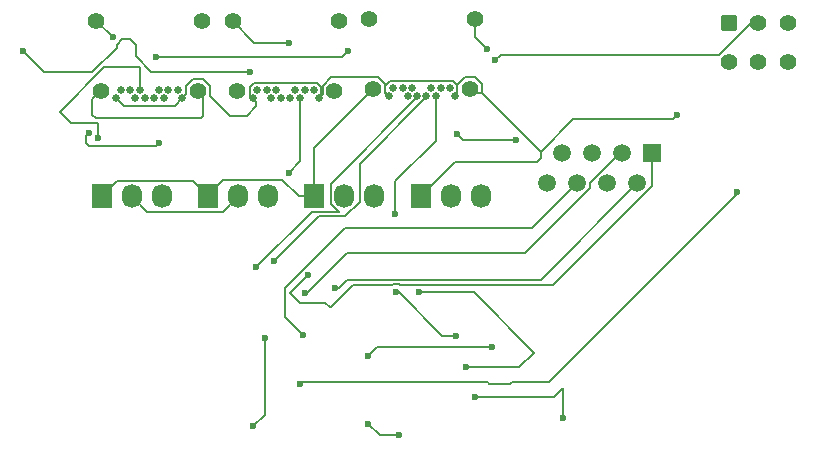
<source format=gbr>
%TF.GenerationSoftware,KiCad,Pcbnew,9.0.2*%
%TF.CreationDate,2025-06-16T16:29:30-05:00*%
%TF.ProjectId,main,6d61696e-2e6b-4696-9361-645f70636258,rev?*%
%TF.SameCoordinates,Original*%
%TF.FileFunction,Copper,L2,Bot*%
%TF.FilePolarity,Positive*%
%FSLAX46Y46*%
G04 Gerber Fmt 4.6, Leading zero omitted, Abs format (unit mm)*
G04 Created by KiCad (PCBNEW 9.0.2) date 2025-06-16 16:29:30*
%MOMM*%
%LPD*%
G01*
G04 APERTURE LIST*
G04 Aperture macros list*
%AMRoundRect*
0 Rectangle with rounded corners*
0 $1 Rounding radius*
0 $2 $3 $4 $5 $6 $7 $8 $9 X,Y pos of 4 corners*
0 Add a 4 corners polygon primitive as box body*
4,1,4,$2,$3,$4,$5,$6,$7,$8,$9,$2,$3,0*
0 Add four circle primitives for the rounded corners*
1,1,$1+$1,$2,$3*
1,1,$1+$1,$4,$5*
1,1,$1+$1,$6,$7*
1,1,$1+$1,$8,$9*
0 Add four rect primitives between the rounded corners*
20,1,$1+$1,$2,$3,$4,$5,0*
20,1,$1+$1,$4,$5,$6,$7,0*
20,1,$1+$1,$6,$7,$8,$9,0*
20,1,$1+$1,$8,$9,$2,$3,0*%
G04 Aperture macros list end*
%TA.AperFunction,HeatsinkPad*%
%ADD10C,0.650000*%
%TD*%
%TA.AperFunction,HeatsinkPad*%
%ADD11C,1.400000*%
%TD*%
%TA.AperFunction,ComponentPad*%
%ADD12R,1.730000X2.030000*%
%TD*%
%TA.AperFunction,ComponentPad*%
%ADD13O,1.730000X2.030000*%
%TD*%
%TA.AperFunction,ComponentPad*%
%ADD14R,1.500000X1.500000*%
%TD*%
%TA.AperFunction,ComponentPad*%
%ADD15C,1.500000*%
%TD*%
%TA.AperFunction,ComponentPad*%
%ADD16RoundRect,0.250000X-0.450000X-0.450000X0.450000X-0.450000X0.450000X0.450000X-0.450000X0.450000X0*%
%TD*%
%TA.AperFunction,ComponentPad*%
%ADD17C,1.400000*%
%TD*%
%TA.AperFunction,ViaPad*%
%ADD18C,0.600000*%
%TD*%
%TA.AperFunction,Conductor*%
%ADD19C,0.200000*%
%TD*%
G04 APERTURE END LIST*
D10*
%TO.P,J1,B1,GND*%
%TO.N,gnd*%
X145210000Y-60550000D03*
%TO.P,J1,B2,TX2+*%
%TO.N,unconnected-(J1-TX2+-PadB2)*%
X145610000Y-59850000D03*
%TO.P,J1,B3,TX2-*%
%TO.N,unconnected-(J1-TX2--PadB3)*%
X146410000Y-59850000D03*
%TO.P,J1,B4,VBUS*%
%TO.N,VBUSUP*%
X146810000Y-60550000D03*
%TO.P,J1,B5,CC2*%
%TO.N,Net-(J1-CC2)*%
X147210000Y-59850000D03*
%TO.P,J1,B6,D+*%
%TO.N,D+UP*%
X147610000Y-60550000D03*
%TO.P,J1,B7,D-*%
%TO.N,D-UP*%
X148410000Y-60550000D03*
%TO.P,J1,B8,SBU2*%
%TO.N,unconnected-(J1-SBU2-PadB8)*%
X148810000Y-59850000D03*
%TO.P,J1,B9,VBUS*%
%TO.N,VBUSUP*%
X149210000Y-60550000D03*
%TO.P,J1,B10,RX1-*%
%TO.N,unconnected-(J1-RX1--PadB10)*%
X149610000Y-59850000D03*
%TO.P,J1,B11,RX1+*%
%TO.N,unconnected-(J1-RX1+-PadB11)*%
X150410000Y-59850000D03*
%TO.P,J1,B12,GND*%
%TO.N,gnd*%
X150810000Y-60550000D03*
D11*
%TO.P,J1,S1,SHIELD*%
X152500000Y-54000000D03*
X152140000Y-59950000D03*
X143880000Y-59950000D03*
X143520000Y-54000000D03*
%TD*%
D12*
%TO.P,M4,1,-*%
%TO.N,gnd*%
X120920000Y-69000000D03*
D13*
%TO.P,M4,2,+*%
%TO.N,Net-(M1-+)*%
X123460000Y-69000000D03*
%TO.P,M4,3,Tacho*%
%TO.N,unconnected-(M4-Tacho-Pad3)*%
X126000000Y-69000000D03*
%TD*%
D12*
%TO.P,M1,1,-*%
%TO.N,gnd*%
X147920000Y-69000000D03*
D13*
%TO.P,M1,2,+*%
%TO.N,Net-(M1-+)*%
X150460000Y-69000000D03*
%TO.P,M1,3,Tacho*%
%TO.N,unconnected-(M1-Tacho-Pad3)*%
X153000000Y-69000000D03*
%TD*%
D14*
%TO.P,J2,1*%
%TO.N,Net-(U2B-TXP)*%
X167532500Y-65350000D03*
D15*
%TO.P,J2,2*%
%TO.N,Net-(U2B-TXN)*%
X166262500Y-67890000D03*
%TO.P,J2,3*%
%TO.N,Net-(U2B-RXP)*%
X164992500Y-65350000D03*
%TO.P,J2,4*%
%TO.N,unconnected-(J2-Pad4)*%
X163722500Y-67890000D03*
%TO.P,J2,5*%
%TO.N,unconnected-(J2-Pad5)*%
X162452500Y-65350000D03*
%TO.P,J2,6*%
%TO.N,Net-(U2B-RXN)*%
X161182500Y-67890000D03*
%TO.P,J2,7*%
%TO.N,unconnected-(J2-Pad7)*%
X159912500Y-65350000D03*
%TO.P,J2,8*%
%TO.N,unconnected-(J2-Pad8)*%
X158642500Y-67890000D03*
%TD*%
D16*
%TO.P,SW1,1,A*%
%TO.N,Net-(M1-+)*%
X174000000Y-54357500D03*
D17*
%TO.P,SW1,2,B*%
%TO.N,VBUSUP*%
X176500000Y-54357500D03*
%TO.P,SW1,3,C*%
X179000000Y-54357500D03*
%TO.P,SW1,4*%
%TO.N,N/C*%
X179000000Y-57657500D03*
%TO.P,SW1,5*%
X176500000Y-57657500D03*
%TO.P,SW1,6*%
X174000000Y-57657500D03*
%TD*%
D10*
%TO.P,J3,B1,GND*%
%TO.N,gnd*%
X122150000Y-60700000D03*
%TO.P,J3,B2,TX2+*%
%TO.N,unconnected-(J3-TX2+-PadB2)*%
X122550000Y-60000000D03*
%TO.P,J3,B3,TX2-*%
%TO.N,unconnected-(J3-TX2--PadB3)*%
X123350000Y-60000000D03*
%TO.P,J3,B4,VBUS*%
%TO.N,Net-(U2B-PRTCTL2)*%
X123750000Y-60700000D03*
%TO.P,J3,B5,CC2*%
%TO.N,Net-(J3-CC2)*%
X124150000Y-60000000D03*
%TO.P,J3,B6,D+*%
%TO.N,D+DOWN2*%
X124550000Y-60700000D03*
%TO.P,J3,B7,D-*%
%TO.N,D-DOWN2*%
X125350000Y-60700000D03*
%TO.P,J3,B8,SBU2*%
%TO.N,unconnected-(J3-SBU2-PadB8)*%
X125750000Y-60000000D03*
%TO.P,J3,B9,VBUS*%
%TO.N,Net-(U2B-PRTCTL2)*%
X126150000Y-60700000D03*
%TO.P,J3,B10,RX1-*%
%TO.N,unconnected-(J3-RX1--PadB10)*%
X126550000Y-60000000D03*
%TO.P,J3,B11,RX1+*%
%TO.N,unconnected-(J3-RX1+-PadB11)*%
X127350000Y-60000000D03*
%TO.P,J3,B12,GND*%
%TO.N,gnd*%
X127750000Y-60700000D03*
D11*
%TO.P,J3,S1,SHIELD*%
X129440000Y-54150000D03*
X129080000Y-60100000D03*
X120820000Y-60100000D03*
X120460000Y-54150000D03*
%TD*%
D10*
%TO.P,J4,B1,GND*%
%TO.N,gnd*%
X133690000Y-60710000D03*
%TO.P,J4,B2,TX2+*%
%TO.N,unconnected-(J4-TX2+-PadB2)*%
X134090000Y-60010000D03*
%TO.P,J4,B3,TX2-*%
%TO.N,unconnected-(J4-TX2--PadB3)*%
X134890000Y-60010000D03*
%TO.P,J4,B4,VBUS*%
%TO.N,Net-(U2B-PRTCTL3)*%
X135290000Y-60710000D03*
%TO.P,J4,B5,CC2*%
%TO.N,Net-(J4-CC2)*%
X135690000Y-60010000D03*
%TO.P,J4,B6,D+*%
%TO.N,D+DOWN1*%
X136090000Y-60710000D03*
%TO.P,J4,B7,D-*%
%TO.N,D-DOWN1*%
X136890000Y-60710000D03*
%TO.P,J4,B8,SBU2*%
%TO.N,unconnected-(J4-SBU2-PadB8)*%
X137290000Y-60010000D03*
%TO.P,J4,B9,VBUS*%
%TO.N,Net-(U2B-PRTCTL3)*%
X137690000Y-60710000D03*
%TO.P,J4,B10,RX1-*%
%TO.N,unconnected-(J4-RX1--PadB10)*%
X138090000Y-60010000D03*
%TO.P,J4,B11,RX1+*%
%TO.N,unconnected-(J4-RX1+-PadB11)*%
X138890000Y-60010000D03*
%TO.P,J4,B12,GND*%
%TO.N,gnd*%
X139290000Y-60710000D03*
D11*
%TO.P,J4,S1,SHIELD*%
X140980000Y-54160000D03*
X140620000Y-60110000D03*
X132360000Y-60110000D03*
X132000000Y-54160000D03*
%TD*%
D12*
%TO.P,M2,1,-*%
%TO.N,gnd*%
X138920000Y-69000000D03*
D13*
%TO.P,M2,2,+*%
%TO.N,Net-(M1-+)*%
X141460000Y-69000000D03*
%TO.P,M2,3,Tacho*%
%TO.N,unconnected-(M2-Tacho-Pad3)*%
X144000000Y-69000000D03*
%TD*%
D12*
%TO.P,M3,1,-*%
%TO.N,gnd*%
X129920000Y-69000000D03*
D13*
%TO.P,M3,2,+*%
%TO.N,Net-(M1-+)*%
X132460000Y-69000000D03*
%TO.P,M3,3,Tacho*%
%TO.N,unconnected-(M3-Tacho-Pad3)*%
X135000000Y-69000000D03*
%TD*%
D18*
%TO.N,VBUSUP*%
X160000000Y-87750000D03*
X152500000Y-86000000D03*
%TO.N,Net-(U2A-XI)*%
X134750000Y-81000000D03*
X133750000Y-88500000D03*
%TO.N,Net-(J1-CC1)*%
X156000000Y-64250000D03*
X151000000Y-63750000D03*
%TO.N,gnd*%
X136750000Y-56000000D03*
X121899736Y-55549654D03*
X153500000Y-56500000D03*
X154000000Y-81750000D03*
X143500000Y-82500000D03*
X169659800Y-62159800D03*
%TO.N,D+UP*%
X134000000Y-75000000D03*
%TO.N,D-UP*%
X135500000Y-74500000D03*
%TO.N,VBUSUP*%
X145750000Y-70500000D03*
X143500000Y-88250000D03*
X146082171Y-89200000D03*
X154250000Y-57500000D03*
%TO.N,Net-(U2B-TXP)*%
X138395966Y-75684794D03*
%TO.N,Net-(U2B-RXN)*%
X138000000Y-80750000D03*
%TO.N,Net-(U2B-RXP)*%
X138146091Y-77186664D03*
%TO.N,Net-(U2B-TXN)*%
X140696038Y-76769501D03*
%TO.N,Net-(J3-CC2)*%
X120588028Y-64046971D03*
%TO.N,Net-(J3-CC1)*%
X119838105Y-63646821D03*
X125750000Y-64500000D03*
%TO.N,Net-(U2B-PRTCTL3)*%
X147750000Y-77150000D03*
X151750000Y-83500000D03*
X136750000Y-67000000D03*
%TO.N,Net-(J4-CC1)*%
X125500000Y-57250000D03*
X141750000Y-56750000D03*
%TO.N,Net-(J4-CC2)*%
X133500000Y-58500000D03*
X114250000Y-56750000D03*
%TO.N,Net-(U2B-USBRBIAS)*%
X137721833Y-84891073D03*
X174670960Y-68670960D03*
%TO.N,Net-(U2A-VDD18CORE-Pad15)*%
X150939625Y-80798698D03*
X145838418Y-77116859D03*
%TD*%
D19*
%TO.N,VBUSUP*%
X160000000Y-85250000D02*
X160000000Y-87750000D01*
X159250000Y-86000000D02*
X160000000Y-85250000D01*
X152500000Y-86000000D02*
X159250000Y-86000000D01*
%TO.N,Net-(U2B-USBRBIAS)*%
X137862906Y-84750000D02*
X137721833Y-84891073D01*
X153580761Y-84750000D02*
X137862906Y-84750000D01*
X153730761Y-84900000D02*
X153580761Y-84750000D01*
X155669239Y-84750000D02*
X155519239Y-84900000D01*
X158750000Y-84750000D02*
X155669239Y-84750000D01*
X174670960Y-68829040D02*
X158750000Y-84750000D01*
X174670960Y-68670960D02*
X174670960Y-68829040D01*
X155519239Y-84900000D02*
X153730761Y-84900000D01*
%TO.N,Net-(U2A-XI)*%
X134750000Y-87500000D02*
X134750000Y-81000000D01*
X133750000Y-88500000D02*
X134750000Y-87500000D01*
%TO.N,VBUSUP*%
X144450000Y-89200000D02*
X146082171Y-89200000D01*
X143500000Y-88250000D02*
X144450000Y-89200000D01*
%TO.N,Net-(J1-CC1)*%
X156000000Y-64250000D02*
X151500000Y-64250000D01*
X151500000Y-64250000D02*
X151000000Y-63750000D01*
%TO.N,gnd*%
X151036000Y-60324000D02*
X151036000Y-59590702D01*
X158101000Y-65251057D02*
X153141000Y-60291057D01*
X131752372Y-62186000D02*
X133232140Y-62186000D01*
X143880000Y-59950000D02*
X138920000Y-64910000D01*
X153500000Y-56500000D02*
X152500000Y-55500000D01*
X145350702Y-59224000D02*
X144910000Y-59664702D01*
X158101000Y-65251057D02*
X160852057Y-62500000D01*
X129920000Y-69000000D02*
X129920000Y-68850000D01*
X150810000Y-60550000D02*
X151036000Y-60324000D01*
X122236000Y-67684000D02*
X128604000Y-67684000D01*
X120460000Y-54150000D02*
X121859654Y-55549654D01*
X120820000Y-60100000D02*
X120120000Y-60800000D01*
X144294628Y-58949000D02*
X140365372Y-58949000D01*
X134015000Y-61035000D02*
X133690000Y-60710000D01*
X131170000Y-67600000D02*
X136180761Y-67600000D01*
X128079000Y-59685372D02*
X128665372Y-59099000D01*
X138920000Y-64910000D02*
X138920000Y-69000000D01*
X120424415Y-62423000D02*
X129328414Y-62423000D01*
X139619000Y-60381000D02*
X139290000Y-60710000D01*
X150819000Y-66101000D02*
X157748943Y-66101000D01*
X169319600Y-62500000D02*
X169659800Y-62159800D01*
X144881000Y-59535372D02*
X144294628Y-58949000D01*
X158101000Y-65748943D02*
X158101000Y-65251057D01*
X154000000Y-81750000D02*
X144250000Y-81750000D01*
X139516000Y-59750702D02*
X139149298Y-59384000D01*
X144881000Y-60221000D02*
X144881000Y-59535372D01*
X157748943Y-66101000D02*
X158101000Y-65748943D01*
X133464000Y-59750702D02*
X133464000Y-60484000D01*
X121859654Y-55549654D02*
X121899736Y-55549654D01*
X130081000Y-59685372D02*
X130081000Y-60514628D01*
X133464000Y-60484000D02*
X133690000Y-60710000D01*
X144910000Y-59664702D02*
X144910000Y-60250000D01*
X129500000Y-62251414D02*
X129500000Y-60520000D01*
X136750000Y-56000000D02*
X133840000Y-56000000D01*
X129500000Y-60520000D02*
X129080000Y-60100000D01*
X137580761Y-69000000D02*
X138920000Y-69000000D01*
X133840000Y-56000000D02*
X132000000Y-54160000D01*
X129328414Y-62423000D02*
X129500000Y-62251414D01*
X139290000Y-60710000D02*
X139516000Y-60484000D01*
X134015000Y-61403140D02*
X134015000Y-61035000D01*
X152500000Y-55500000D02*
X152500000Y-54000000D01*
X151036000Y-59590702D02*
X150669298Y-59224000D01*
X133232140Y-62186000D02*
X134015000Y-61403140D01*
X145210000Y-60550000D02*
X144881000Y-60221000D01*
X139619000Y-59695372D02*
X139619000Y-60381000D01*
X147920000Y-69000000D02*
X150819000Y-66101000D01*
X150669298Y-59224000D02*
X145350702Y-59224000D01*
X130081000Y-60514628D02*
X131752372Y-62186000D01*
X152481057Y-60291057D02*
X153141000Y-60291057D01*
X129920000Y-68850000D02*
X131170000Y-67600000D01*
X120920000Y-69000000D02*
X122236000Y-67684000D01*
X129494628Y-59099000D02*
X130081000Y-59685372D01*
X128604000Y-67684000D02*
X129920000Y-69000000D01*
X152554628Y-58949000D02*
X151677702Y-58949000D01*
X144250000Y-81750000D02*
X143500000Y-82500000D01*
X153141000Y-59535372D02*
X152554628Y-58949000D01*
X160852057Y-62500000D02*
X169319600Y-62500000D01*
X128665372Y-59099000D02*
X129494628Y-59099000D01*
X120120000Y-62118585D02*
X120424415Y-62423000D01*
X133830702Y-59384000D02*
X133464000Y-59750702D01*
X127750000Y-60700000D02*
X128079000Y-60371000D01*
X122150000Y-60700000D02*
X122776000Y-61326000D01*
X139149298Y-59384000D02*
X133830702Y-59384000D01*
X128079000Y-60371000D02*
X128079000Y-59685372D01*
X136180761Y-67600000D02*
X137580761Y-69000000D01*
X120120000Y-60800000D02*
X120120000Y-62118585D01*
X140365372Y-58949000D02*
X139619000Y-59695372D01*
X144910000Y-60250000D02*
X145210000Y-60550000D01*
X153141000Y-60291057D02*
X153141000Y-59535372D01*
X139516000Y-60484000D02*
X139516000Y-59750702D01*
X127124000Y-61326000D02*
X127750000Y-60700000D01*
X152140000Y-59950000D02*
X152481057Y-60291057D01*
X122776000Y-61326000D02*
X127124000Y-61326000D01*
X151677702Y-58949000D02*
X151036000Y-59590702D01*
%TO.N,D+UP*%
X140294000Y-69632973D02*
X140294000Y-67951298D01*
X147610000Y-60635298D02*
X147610000Y-60550000D01*
X140977027Y-70316000D02*
X140294000Y-69632973D01*
X134000000Y-75000000D02*
X138684000Y-70316000D01*
X138684000Y-70316000D02*
X140977027Y-70316000D01*
X140294000Y-67951298D02*
X147610000Y-60635298D01*
%TO.N,D-UP*%
X142750000Y-69508973D02*
X142750000Y-66295298D01*
X142750000Y-66295298D02*
X148410000Y-60635298D01*
X148410000Y-60635298D02*
X148410000Y-60550000D01*
X139283000Y-70717000D02*
X141541973Y-70717000D01*
X141541973Y-70717000D02*
X142750000Y-69508973D01*
X135500000Y-74500000D02*
X139283000Y-70717000D01*
%TO.N,VBUSUP*%
X145750000Y-70500000D02*
X145750000Y-67750000D01*
X173192872Y-57049000D02*
X154701000Y-57049000D01*
X149210000Y-64290000D02*
X149210000Y-60550000D01*
X145750000Y-67750000D02*
X149210000Y-64290000D01*
X175884372Y-54357500D02*
X173192872Y-57049000D01*
X154701000Y-57049000D02*
X154250000Y-57500000D01*
X176500000Y-54357500D02*
X175884372Y-54357500D01*
%TO.N,Net-(U2B-TXP)*%
X137712492Y-78019239D02*
X136887007Y-77193753D01*
X140313479Y-78400000D02*
X140240472Y-78400000D01*
X145487038Y-76549000D02*
X142164479Y-76549000D01*
X136887007Y-77193753D02*
X138395966Y-75684794D01*
X145569179Y-76466859D02*
X145487038Y-76549000D01*
X159089839Y-76549000D02*
X146189798Y-76549000D01*
X167532500Y-68106339D02*
X159089839Y-76549000D01*
X167532500Y-65350000D02*
X167532500Y-68106339D01*
X142164479Y-76549000D02*
X140313479Y-78400000D01*
X140240472Y-78400000D02*
X139859711Y-78019239D01*
X139859711Y-78019239D02*
X137712492Y-78019239D01*
X146107657Y-76466859D02*
X145569179Y-76466859D01*
X146189798Y-76549000D02*
X146107657Y-76466859D01*
%TO.N,Net-(U2B-RXN)*%
X157377398Y-71695102D02*
X141535715Y-71695102D01*
X136449000Y-76781817D02*
X136449000Y-79199000D01*
X141535715Y-71695102D02*
X136449000Y-76781817D01*
X161182500Y-67890000D02*
X157377398Y-71695102D01*
X136449000Y-79199000D02*
X138000000Y-80750000D01*
%TO.N,Net-(U2B-RXP)*%
X138313336Y-77186664D02*
X138146091Y-77186664D01*
X162250000Y-68308839D02*
X156720289Y-73838550D01*
X141661450Y-73838550D02*
X138313336Y-77186664D01*
X162250000Y-67876161D02*
X162250000Y-68308839D01*
X164776161Y-65350000D02*
X162250000Y-67876161D01*
X156720289Y-73838550D02*
X141661450Y-73838550D01*
X164992500Y-65350000D02*
X164776161Y-65350000D01*
%TO.N,Net-(U2B-TXN)*%
X158085641Y-76066859D02*
X145403493Y-76066859D01*
X145385733Y-76084620D02*
X141709620Y-76084620D01*
X141709620Y-76084620D02*
X141024739Y-76769501D01*
X166262500Y-67890000D02*
X158085641Y-76066859D01*
X145403493Y-76066859D02*
X145385733Y-76084620D01*
X141024739Y-76769501D02*
X140696038Y-76769501D01*
%TO.N,Net-(J3-CC2)*%
X117350000Y-61834315D02*
X118338685Y-62823000D01*
X124150000Y-60000000D02*
X124150000Y-58084315D01*
X124150000Y-58084315D02*
X121100000Y-58084315D01*
X120588028Y-62823000D02*
X120588028Y-64046971D01*
X121100000Y-58084315D02*
X117350000Y-61834315D01*
X118338685Y-62823000D02*
X120588028Y-62823000D01*
%TO.N,Net-(J3-CC1)*%
X125750000Y-64500000D02*
X125500000Y-64750000D01*
X119830761Y-64750000D02*
X119588105Y-64507344D01*
X125500000Y-64750000D02*
X119830761Y-64750000D01*
X119588105Y-63896821D02*
X119838105Y-63646821D01*
X119588105Y-64507344D02*
X119588105Y-63896821D01*
%TO.N,Net-(U2B-PRTCTL3)*%
X156250000Y-83500000D02*
X157500000Y-82250000D01*
X152400000Y-77150000D02*
X147750000Y-77150000D01*
X157500000Y-82250000D02*
X152400000Y-77150000D01*
X137690000Y-66060000D02*
X137690000Y-60710000D01*
X136750000Y-67000000D02*
X137690000Y-66060000D01*
X151750000Y-83500000D02*
X156250000Y-83500000D01*
%TO.N,Net-(J4-CC1)*%
X141250000Y-57250000D02*
X141750000Y-56750000D01*
X125500000Y-57250000D02*
X141250000Y-57250000D01*
%TO.N,Net-(J4-CC2)*%
X133500000Y-58500000D02*
X125131370Y-58500000D01*
X123800000Y-57168630D02*
X123800000Y-56168629D01*
X122200000Y-56168630D02*
X122200000Y-56418629D01*
X122200000Y-56418629D02*
X120118629Y-58500000D01*
X123800000Y-56168629D02*
X123331370Y-55700000D01*
X120118629Y-58500000D02*
X116000000Y-58500000D01*
X116000000Y-58500000D02*
X114250000Y-56750000D01*
X125131370Y-58500000D02*
X123800000Y-57168630D01*
X123331370Y-55700000D02*
X122668629Y-55700000D01*
X122668629Y-55700000D02*
X122200000Y-56168630D01*
%TO.N,Net-(M1-+)*%
X131144000Y-70316000D02*
X132460000Y-69000000D01*
X123460000Y-69000000D02*
X124776000Y-70316000D01*
X124776000Y-70316000D02*
X131144000Y-70316000D01*
%TO.N,Net-(U2A-VDD18CORE-Pad15)*%
X150939625Y-80798698D02*
X149738900Y-80798698D01*
X149738900Y-80798698D02*
X146057061Y-77116859D01*
X146057061Y-77116859D02*
X145838418Y-77116859D01*
%TD*%
M02*

</source>
